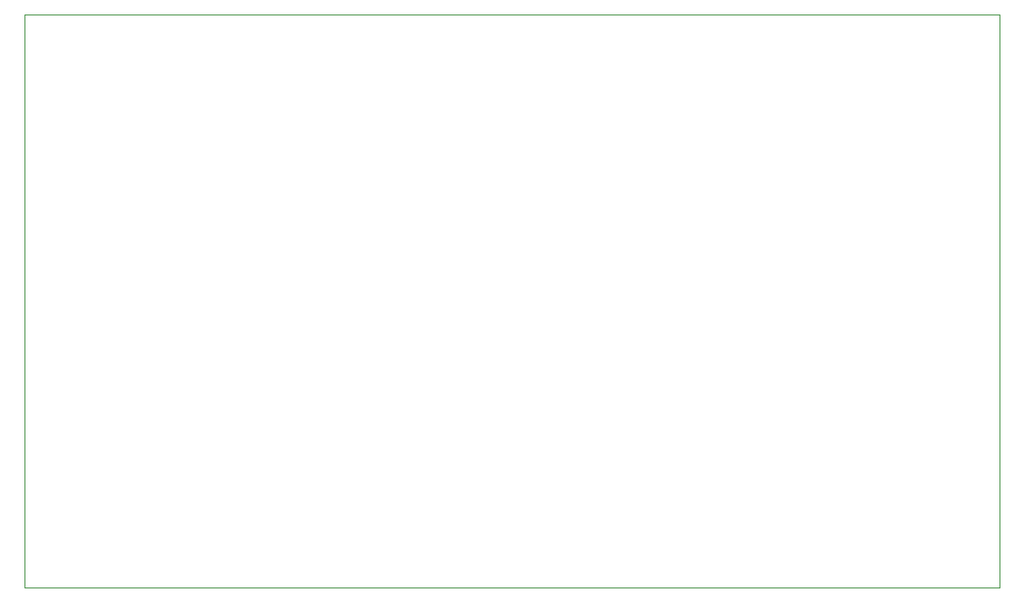
<source format=gbr>
%TF.GenerationSoftware,KiCad,Pcbnew,(6.0.5)*%
%TF.CreationDate,2022-08-17T14:37:10+01:00*%
%TF.ProjectId,PicoMIDIProto,5069636f-4d49-4444-9950-726f746f2e6b,rev?*%
%TF.SameCoordinates,Original*%
%TF.FileFunction,Profile,NP*%
%FSLAX46Y46*%
G04 Gerber Fmt 4.6, Leading zero omitted, Abs format (unit mm)*
G04 Created by KiCad (PCBNEW (6.0.5)) date 2022-08-17 14:37:10*
%MOMM*%
%LPD*%
G01*
G04 APERTURE LIST*
%TA.AperFunction,Profile*%
%ADD10C,0.100000*%
%TD*%
G04 APERTURE END LIST*
D10*
X39024000Y-67564000D02*
X130013000Y-67564000D01*
X130013000Y-67564000D02*
X130013000Y-121056000D01*
X130013000Y-121056000D02*
X39024000Y-121056000D01*
X39024000Y-121056000D02*
X39024000Y-67564000D01*
M02*

</source>
